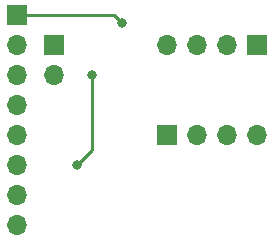
<source format=gbr>
G04 #@! TF.GenerationSoftware,KiCad,Pcbnew,(5.0.0-rc2-178-g3c7b91b96)*
G04 #@! TF.CreationDate,2018-08-09T16:31:39+02:00*
G04 #@! TF.ProjectId,pcb3,706362332E6B696361645F7063620000,rev?*
G04 #@! TF.SameCoordinates,Original*
G04 #@! TF.FileFunction,Copper,L2,Bot,Signal*
G04 #@! TF.FilePolarity,Positive*
%FSLAX46Y46*%
G04 Gerber Fmt 4.6, Leading zero omitted, Abs format (unit mm)*
G04 Created by KiCad (PCBNEW (5.0.0-rc2-178-g3c7b91b96)) date 08/09/18 16:31:39*
%MOMM*%
%LPD*%
G01*
G04 APERTURE LIST*
G04 #@! TA.AperFunction,ComponentPad*
%ADD10R,1.700000X1.700000*%
G04 #@! TD*
G04 #@! TA.AperFunction,ComponentPad*
%ADD11O,1.700000X1.700000*%
G04 #@! TD*
G04 #@! TA.AperFunction,ViaPad*
%ADD12C,0.800000*%
G04 #@! TD*
G04 #@! TA.AperFunction,Conductor*
%ADD13C,0.250000*%
G04 #@! TD*
G04 APERTURE END LIST*
D10*
G04 #@! TO.P,J4,1*
G04 #@! TO.N,Net-(J1-Pad2)*
X112395000Y-67310000D03*
D11*
G04 #@! TO.P,J4,2*
G04 #@! TO.N,/G*
X112395000Y-69850000D03*
G04 #@! TD*
D10*
G04 #@! TO.P,J2,1*
G04 #@! TO.N,Net-(J2-Pad1)*
X129540000Y-67310000D03*
D11*
G04 #@! TO.P,J2,2*
X127000000Y-67310000D03*
G04 #@! TO.P,J2,3*
G04 #@! TO.N,Net-(J2-Pad3)*
X124460000Y-67310000D03*
G04 #@! TO.P,J2,4*
X121920000Y-67310000D03*
G04 #@! TD*
D10*
G04 #@! TO.P,J3,1*
G04 #@! TO.N,/G*
X121920000Y-74930000D03*
D11*
G04 #@! TO.P,J3,2*
X124460000Y-74930000D03*
G04 #@! TO.P,J3,3*
X127000000Y-74930000D03*
G04 #@! TO.P,J3,4*
X129540000Y-74930000D03*
G04 #@! TD*
D10*
G04 #@! TO.P,J1,1*
G04 #@! TO.N,/PD2*
X109220000Y-64770000D03*
D11*
G04 #@! TO.P,J1,2*
G04 #@! TO.N,Net-(J1-Pad2)*
X109220000Y-67310000D03*
G04 #@! TO.P,J1,3*
G04 #@! TO.N,/G*
X109220000Y-69850000D03*
G04 #@! TO.P,J1,4*
G04 #@! TO.N,Net-(J1-Pad4)*
X109220000Y-72390000D03*
G04 #@! TO.P,J1,5*
G04 #@! TO.N,Net-(J1-Pad5)*
X109220000Y-74930000D03*
G04 #@! TO.P,J1,6*
G04 #@! TO.N,Net-(J1-Pad6)*
X109220000Y-77470000D03*
G04 #@! TO.P,J1,7*
G04 #@! TO.N,Net-(J1-Pad7)*
X109220000Y-80010000D03*
G04 #@! TO.P,J1,8*
G04 #@! TO.N,/5V*
X109220000Y-82550000D03*
G04 #@! TD*
D12*
G04 #@! TO.N,Net-(R1-Pad1)*
X114300000Y-77470000D03*
X115570000Y-69850000D03*
G04 #@! TO.N,/PD2*
X118110000Y-65405000D03*
G04 #@! TD*
D13*
G04 #@! TO.N,Net-(R1-Pad1)*
X114300000Y-77470000D02*
X115570000Y-76200000D01*
X115570000Y-76200000D02*
X115570000Y-69850000D01*
G04 #@! TO.N,/PD2*
X117475000Y-64770000D02*
X118110000Y-65405000D01*
X109220000Y-64770000D02*
X117475000Y-64770000D01*
G04 #@! TD*
M02*

</source>
